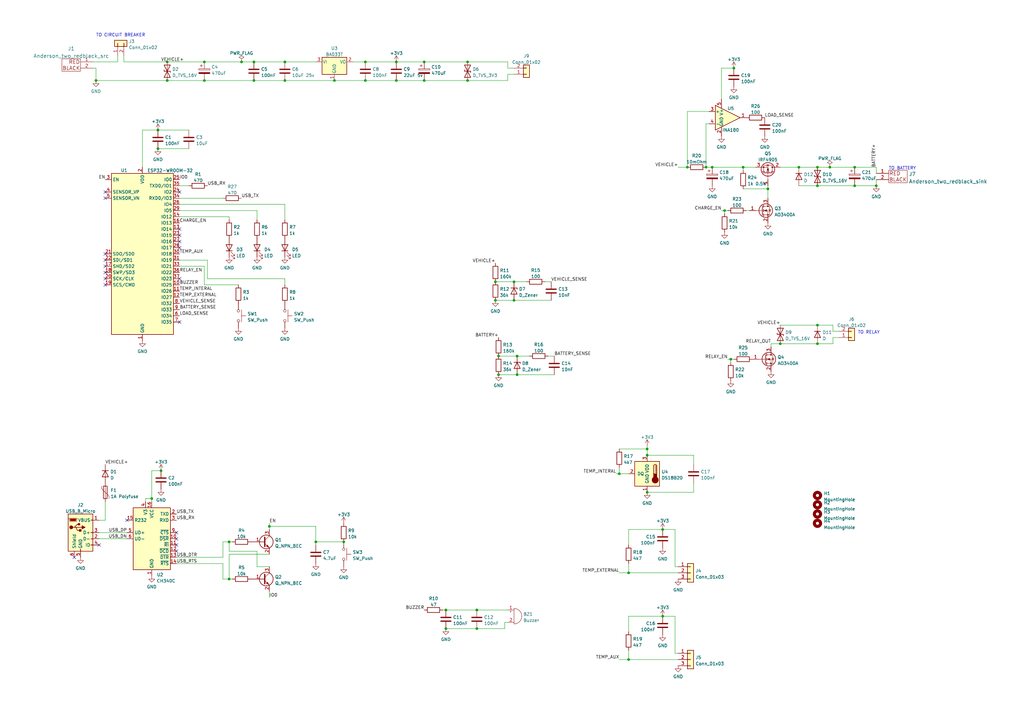
<source format=kicad_sch>
(kicad_sch (version 20211123) (generator eeschema)
  (paper "A3")
  (junction (at 182.88 250.19))
  (junction (at 212.09 146.05))
  (junction (at 359.41 76.2))
  (junction (at 350.52 68.58))
  (junction (at 210.82 123.19))
  (junction (at 116.84 25.4))
  (junction (at 335.28 76.2))
  (junction (at 182.88 257.81))
  (junction (at 129.54 222.25))
  (junction (at 191.77 33.02))
  (junction (at 204.47 153.67))
  (junction (at 281.94 68.58))
  (junction (at 257.81 270.51))
  (junction (at 204.47 146.05))
  (junction (at 320.04 140.97))
  (junction (at 203.2 115.57))
  (junction (at 68.58 25.4))
  (junction (at 254 194.31))
  (junction (at 335.28 133.35))
  (junction (at 110.49 215.9))
  (junction (at 62.23 204.47))
  (junction (at 335.28 68.58))
  (junction (at 327.66 68.58))
  (junction (at 64.77 53.34))
  (junction (at 173.99 25.4))
  (junction (at 104.14 33.02))
  (junction (at 271.78 252.73))
  (junction (at 304.8 68.58))
  (junction (at 162.56 25.4))
  (junction (at 340.36 68.58))
  (junction (at 289.56 68.58))
  (junction (at 210.82 115.57))
  (junction (at 173.99 33.02))
  (junction (at 99.06 25.4))
  (junction (at 212.09 153.67))
  (junction (at 257.81 234.95))
  (junction (at 93.98 222.25))
  (junction (at 93.98 237.49))
  (junction (at 83.82 33.02))
  (junction (at 300.99 27.94))
  (junction (at 195.58 250.19))
  (junction (at 297.18 86.36))
  (junction (at 64.77 60.96))
  (junction (at 104.14 25.4))
  (junction (at 39.37 33.02))
  (junction (at 116.84 33.02))
  (junction (at 203.2 123.19))
  (junction (at 350.52 76.2))
  (junction (at 195.58 257.81))
  (junction (at 140.97 222.25))
  (junction (at 271.78 217.17))
  (junction (at 68.58 33.02))
  (junction (at 335.28 140.97))
  (junction (at 292.1 68.58))
  (junction (at 299.72 147.32))
  (junction (at 83.82 25.4))
  (junction (at 149.86 33.02))
  (junction (at 265.43 186.69))
  (junction (at 137.16 33.02))
  (junction (at 265.43 184.15))
  (junction (at 191.77 25.4))
  (junction (at 149.86 25.4))
  (junction (at 265.43 201.93))
  (junction (at 162.56 33.02))
  (junction (at 66.04 193.04))
  (junction (at 314.96 77.47))
  (no_connect (at 73.66 93.98))
  (no_connect (at 73.66 96.52))
  (no_connect (at 43.18 106.68))
  (no_connect (at 43.18 78.74))
  (no_connect (at 43.18 111.76))
  (no_connect (at 73.66 78.74))
  (no_connect (at 43.18 104.14))
  (no_connect (at 43.18 114.3))
  (no_connect (at 73.66 101.6))
  (no_connect (at 43.18 109.22))
  (no_connect (at 73.66 114.3))
  (no_connect (at 73.66 132.08))
  (no_connect (at 73.66 99.06))
  (no_connect (at 43.18 81.28))
  (no_connect (at 43.18 116.84))
  (no_connect (at 72.39 226.06))
  (no_connect (at 40.64 223.52))
  (no_connect (at 72.39 218.44))
  (no_connect (at 72.39 223.52))
  (no_connect (at 52.07 213.36))
  (no_connect (at 30.48 228.6))
  (no_connect (at 72.39 220.98))
  (wire (pts (xy 350.52 68.58) (xy 359.41 68.58)))
  (wire (pts (xy 335.28 140.97) (xy 341.63 140.97)))
  (wire (pts (xy 359.41 68.58) (xy 359.41 71.12)))
  (wire (pts (xy 299.72 148.59) (xy 299.72 147.32)))
  (wire (pts (xy 210.82 123.19) (xy 226.06 123.19)))
  (wire (pts (xy 110.49 214.63) (xy 110.49 215.9)))
  (wire (pts (xy 104.14 33.02) (xy 116.84 33.02)))
  (wire (pts (xy 137.16 33.02) (xy 149.86 33.02)))
  (wire (pts (xy 212.09 146.05) (xy 217.17 146.05)))
  (wire (pts (xy 129.54 222.25) (xy 140.97 222.25)))
  (wire (pts (xy 85.09 114.3) (xy 116.84 114.3)))
  (wire (pts (xy 295.91 86.36) (xy 297.18 86.36)))
  (wire (pts (xy 295.91 27.94) (xy 300.99 27.94)))
  (wire (pts (xy 210.82 27.94) (xy 208.28 27.94)))
  (wire (pts (xy 83.82 33.02) (xy 104.14 33.02)))
  (wire (pts (xy 129.54 215.9) (xy 110.49 215.9)))
  (wire (pts (xy 208.28 27.94) (xy 208.28 25.4)))
  (wire (pts (xy 316.23 142.24) (xy 316.23 140.97)))
  (wire (pts (xy 208.28 30.48) (xy 210.82 30.48)))
  (wire (pts (xy 110.49 215.9) (xy 110.49 217.17)))
  (wire (pts (xy 210.82 115.57) (xy 215.9 115.57)))
  (wire (pts (xy 129.54 222.25) (xy 129.54 215.9)))
  (wire (pts (xy 304.8 68.58) (xy 309.88 68.58)))
  (wire (pts (xy 276.86 252.73) (xy 276.86 267.97)))
  (wire (pts (xy 110.49 227.33) (xy 93.98 227.33)))
  (wire (pts (xy 64.77 53.34) (xy 58.42 53.34)))
  (wire (pts (xy 40.64 218.44) (xy 52.07 218.44)))
  (wire (pts (xy 335.28 68.58) (xy 340.36 68.58)))
  (wire (pts (xy 73.66 106.68) (xy 85.09 106.68)))
  (wire (pts (xy 83.82 116.84) (xy 83.82 109.22)))
  (wire (pts (xy 195.58 257.81) (xy 182.88 257.81)))
  (wire (pts (xy 284.48 186.69) (xy 265.43 186.69)))
  (wire (pts (xy 64.77 53.34) (xy 77.47 53.34)))
  (wire (pts (xy 105.41 232.41) (xy 110.49 232.41)))
  (wire (pts (xy 62.23 193.04) (xy 62.23 204.47)))
  (wire (pts (xy 116.84 25.4) (xy 129.54 25.4)))
  (wire (pts (xy 149.86 33.02) (xy 162.56 33.02)))
  (wire (pts (xy 62.23 204.47) (xy 59.69 204.47)))
  (wire (pts (xy 116.84 33.02) (xy 137.16 33.02)))
  (wire (pts (xy 254 194.31) (xy 257.81 194.31)))
  (wire (pts (xy 289.56 50.8) (xy 290.83 50.8)))
  (wire (pts (xy 93.98 227.33) (xy 93.98 237.49)))
  (wire (pts (xy 95.25 237.49) (xy 93.98 237.49)))
  (wire (pts (xy 50.8 25.4) (xy 68.58 25.4)))
  (wire (pts (xy 304.8 68.58) (xy 304.8 69.85)))
  (wire (pts (xy 191.77 33.02) (xy 208.28 33.02)))
  (wire (pts (xy 344.17 135.89) (xy 341.63 135.89)))
  (wire (pts (xy 320.04 68.58) (xy 327.66 68.58)))
  (wire (pts (xy 327.66 76.2) (xy 335.28 76.2)))
  (wire (pts (xy 73.66 88.9) (xy 93.98 88.9)))
  (wire (pts (xy 39.37 33.02) (xy 68.58 33.02)))
  (wire (pts (xy 99.06 25.4) (xy 104.14 25.4)))
  (wire (pts (xy 73.66 76.2) (xy 77.47 76.2)))
  (wire (pts (xy 110.49 245.11) (xy 110.49 242.57)))
  (wire (pts (xy 68.58 33.02) (xy 83.82 33.02)))
  (wire (pts (xy 316.23 140.97) (xy 320.04 140.97)))
  (wire (pts (xy 116.84 90.17) (xy 116.84 83.82)))
  (wire (pts (xy 59.69 204.47) (xy 59.69 205.74)))
  (wire (pts (xy 173.99 25.4) (xy 191.77 25.4)))
  (wire (pts (xy 93.98 226.06) (xy 105.41 226.06)))
  (wire (pts (xy 257.81 266.7) (xy 257.81 270.51)))
  (wire (pts (xy 93.98 90.17) (xy 93.98 88.9)))
  (wire (pts (xy 207.01 255.27) (xy 207.01 257.81)))
  (wire (pts (xy 40.64 213.36) (xy 43.18 213.36)))
  (wire (pts (xy 276.86 252.73) (xy 271.78 252.73)))
  (wire (pts (xy 91.44 228.6) (xy 91.44 222.25)))
  (wire (pts (xy 257.81 231.14) (xy 257.81 234.95)))
  (wire (pts (xy 327.66 68.58) (xy 335.28 68.58)))
  (wire (pts (xy 104.14 25.4) (xy 116.84 25.4)))
  (wire (pts (xy 207.01 257.81) (xy 195.58 257.81)))
  (wire (pts (xy 38.1 27.94) (xy 39.37 27.94)))
  (wire (pts (xy 38.1 25.4) (xy 48.26 25.4)))
  (wire (pts (xy 295.91 40.64) (xy 295.91 27.94)))
  (wire (pts (xy 93.98 222.25) (xy 95.25 222.25)))
  (wire (pts (xy 359.41 73.66) (xy 359.41 76.2)))
  (wire (pts (xy 85.09 106.68) (xy 85.09 114.3)))
  (wire (pts (xy 257.81 217.17) (xy 271.78 217.17)))
  (wire (pts (xy 58.42 53.34) (xy 58.42 68.58)))
  (wire (pts (xy 276.86 217.17) (xy 271.78 217.17)))
  (wire (pts (xy 204.47 146.05) (xy 212.09 146.05)))
  (wire (pts (xy 208.28 33.02) (xy 208.28 30.48)))
  (wire (pts (xy 97.79 116.84) (xy 83.82 116.84)))
  (wire (pts (xy 340.36 68.58) (xy 350.52 68.58)))
  (wire (pts (xy 290.83 45.72) (xy 281.94 45.72)))
  (wire (pts (xy 149.86 25.4) (xy 162.56 25.4)))
  (wire (pts (xy 278.13 68.58) (xy 281.94 68.58)))
  (wire (pts (xy 195.58 250.19) (xy 208.28 250.19)))
  (wire (pts (xy 39.37 27.94) (xy 39.37 33.02)))
  (wire (pts (xy 105.41 90.17) (xy 105.41 86.36)))
  (wire (pts (xy 314.96 77.47) (xy 314.96 76.2)))
  (wire (pts (xy 203.2 115.57) (xy 210.82 115.57)))
  (wire (pts (xy 335.28 76.2) (xy 350.52 76.2)))
  (wire (pts (xy 306.07 86.36) (xy 307.34 86.36)))
  (wire (pts (xy 341.63 133.35) (xy 335.28 133.35)))
  (wire (pts (xy 212.09 153.67) (xy 227.33 153.67)))
  (wire (pts (xy 297.18 86.36) (xy 298.45 86.36)))
  (wire (pts (xy 224.79 146.05) (xy 227.33 146.05)))
  (wire (pts (xy 276.86 217.17) (xy 276.86 232.41)))
  (wire (pts (xy 105.41 86.36) (xy 73.66 86.36)))
  (wire (pts (xy 181.61 250.19) (xy 182.88 250.19)))
  (wire (pts (xy 64.77 60.96) (xy 77.47 60.96)))
  (wire (pts (xy 344.17 138.43) (xy 341.63 138.43)))
  (wire (pts (xy 66.04 193.04) (xy 62.23 193.04)))
  (wire (pts (xy 254 191.77) (xy 254 194.31)))
  (wire (pts (xy 265.43 184.15) (xy 265.43 186.69)))
  (wire (pts (xy 265.43 201.93) (xy 284.48 201.93)))
  (wire (pts (xy 284.48 198.12) (xy 284.48 201.93)))
  (wire (pts (xy 341.63 135.89) (xy 341.63 133.35)))
  (wire (pts (xy 276.86 232.41) (xy 278.13 232.41)))
  (wire (pts (xy 254 234.95) (xy 257.81 234.95)))
  (wire (pts (xy 93.98 222.25) (xy 93.98 226.06)))
  (wire (pts (xy 50.8 22.86) (xy 50.8 25.4)))
  (wire (pts (xy 93.98 237.49) (xy 91.44 237.49)))
  (wire (pts (xy 116.84 114.3) (xy 116.84 116.84)))
  (wire (pts (xy 162.56 25.4) (xy 173.99 25.4)))
  (wire (pts (xy 320.04 140.97) (xy 335.28 140.97)))
  (wire (pts (xy 257.81 270.51) (xy 278.13 270.51)))
  (wire (pts (xy 83.82 109.22) (xy 73.66 109.22)))
  (wire (pts (xy 203.2 123.19) (xy 210.82 123.19)))
  (wire (pts (xy 292.1 68.58) (xy 289.56 68.58)))
  (wire (pts (xy 144.78 25.4) (xy 149.86 25.4)))
  (wire (pts (xy 173.99 33.02) (xy 191.77 33.02)))
  (wire (pts (xy 40.64 220.98) (xy 52.07 220.98)))
  (wire (pts (xy 341.63 138.43) (xy 341.63 140.97)))
  (wire (pts (xy 304.8 77.47) (xy 314.96 77.47)))
  (wire (pts (xy 162.56 33.02) (xy 173.99 33.02)))
  (wire (pts (xy 252.73 194.31) (xy 254 194.31)))
  (wire (pts (xy 297.18 86.36) (xy 297.18 87.63)))
  (wire (pts (xy 292.1 68.58) (xy 304.8 68.58)))
  (wire (pts (xy 208.28 255.27) (xy 207.01 255.27)))
  (wire (pts (xy 83.82 25.4) (xy 99.06 25.4)))
  (wire (pts (xy 254 184.15) (xy 265.43 184.15)))
  (wire (pts (xy 314.96 77.47) (xy 314.96 81.28)))
  (wire (pts (xy 48.26 22.86) (xy 48.26 25.4)))
  (wire (pts (xy 281.94 45.72) (xy 281.94 68.58)))
  (wire (pts (xy 204.47 153.67) (xy 212.09 153.67)))
  (wire (pts (xy 254 270.51) (xy 257.81 270.51)))
  (wire (pts (xy 320.04 133.35) (xy 335.28 133.35)))
  (wire (pts (xy 62.23 204.47) (xy 62.23 205.74)))
  (wire (pts (xy 72.39 228.6) (xy 91.44 228.6)))
  (wire (pts (xy 350.52 76.2) (xy 359.41 76.2)))
  (wire (pts (xy 257.81 223.52) (xy 257.81 217.17)))
  (wire (pts (xy 43.18 205.74) (xy 43.18 213.36)))
  (wire (pts (xy 68.58 25.4) (xy 83.82 25.4)))
  (wire (pts (xy 265.43 182.88) (xy 265.43 184.15)))
  (wire (pts (xy 191.77 25.4) (xy 208.28 25.4)))
  (wire (pts (xy 182.88 250.19) (xy 195.58 250.19)))
  (wire (pts (xy 289.56 68.58) (xy 289.56 50.8)))
  (wire (pts (xy 105.41 226.06) (xy 105.41 232.41)))
  (wire (pts (xy 257.81 259.08) (xy 257.81 252.73)))
  (wire (pts (xy 257.81 234.95) (xy 278.13 234.95)))
  (wire (pts (xy 284.48 190.5) (xy 284.48 186.69)))
  (wire (pts (xy 129.54 223.52) (xy 129.54 222.25)))
  (wire (pts (xy 91.44 237.49) (xy 91.44 231.14)))
  (wire (pts (xy 72.39 231.14) (xy 91.44 231.14)))
  (wire (pts (xy 299.72 147.32) (xy 300.99 147.32)))
  (wire (pts (xy 298.45 147.32) (xy 299.72 147.32)))
  (wire (pts (xy 116.84 83.82) (xy 73.66 83.82)))
  (wire (pts (xy 223.52 115.57) (xy 226.06 115.57)))
  (wire (pts (xy 276.86 267.97) (xy 278.13 267.97)))
  (wire (pts (xy 73.66 81.28) (xy 91.44 81.28)))
  (wire (pts (xy 257.81 252.73) (xy 271.78 252.73)))
  (wire (pts (xy 91.44 222.25) (xy 93.98 222.25)))
  (text "TO RELAY" (at 351.79 137.16 0) (effects (font (size 1.27 1.27)) (justify left bottom)))
  (text "TO BATTERY" (at 364.49 69.85 0) (effects (font (size 1.27 1.27)) (justify left bottom)))
  (text "TO CIRCUIT BREAKER" (at 39.37 15.24 0) (effects (font (size 1.27 1.27)) (justify left bottom)))
  (label "VEHICLE+" (at 43.18 190.5 0))
  (label "USB_RX" (at 85.09 76.2 0))
  (label "LOAD_SENSE" (at 73.66 129.54 0))
  (label "VEHICLE+" (at 320.04 133.35 180))
  (label "TEMP_INTERAL" (at 252.73 194.31 180))
  (label "LOAD_SENSE" (at 313.69 48.26 0))
  (label "USB_DTR" (at 72.39 228.6 0))
  (label "USB_TX" (at 72.39 210.82 0))
  (label "USB_DP" (at 52.07 218.44 180))
  (label "USB_TX" (at 99.06 81.28 0))
  (label "RELAY_OUT" (at 316.23 140.97 180))
  (label "BUZZER" (at 73.66 116.84 0))
  (label "IO0" (at 110.49 245.11 0))
  (label "VEHICLE+" (at 66.04 25.4 0))
  (label "TEMP_AUX" (at 254 270.51 180))
  (label "CHARGE_EN" (at 73.66 91.44 0))
  (label "VEHICLE_SENSE" (at 226.06 115.57 0))
  (label "EN" (at 43.18 73.66 180))
  (label "BATTERY_SENSE" (at 227.33 146.05 0))
  (label "EN" (at 110.49 214.63 0))
  (label "BATTERY+" (at 359.41 68.58 90))
  (label "IO0" (at 73.66 73.66 0))
  (label "VEHICLE_SENSE" (at 73.66 124.46 0))
  (label "VEHICLE+" (at 278.13 68.58 180))
  (label "BATTERY+" (at 204.47 138.43 180))
  (label "USB_RX" (at 72.39 213.36 0))
  (label "TEMP_INTERAL" (at 73.66 119.38 0))
  (label "VEHICLE+" (at 203.2 107.95 180))
  (label "BATTERY_SENSE" (at 73.66 127 0))
  (label "RELAY_EN" (at 298.45 147.32 180))
  (label "TEMP_EXTERNAL" (at 254 234.95 180))
  (label "TEMP_AUX" (at 73.66 104.14 0))
  (label "RELAY_EN" (at 73.66 111.76 0))
  (label "USB_RTS" (at 72.39 231.14 0))
  (label "BUZZER" (at 173.99 250.19 180))
  (label "TEMP_EXTERNAL" (at 73.66 121.92 0))
  (label "CHARGE_EN" (at 295.91 86.36 180))
  (label "USB_DN" (at 52.07 220.98 180))
  (symbol (lib_id "Device:R") (at 204.47 149.86 0) (unit 1)
    (property "Reference" "R14" (at 206.248 149.0253 0) (effects (justify left)))
    (property "Value" "36k" (at 206.248 151.5622 0) (effects (justify left)))
    (property "Footprint" "Resistor_SMD:R_0603_1608Metric" (effects hide))
    (property "LCSC" "C23147" (effects hide))
  )
  (symbol (lib_id "Device:C") (at 149.86 29.21 0) (unit 1)
    (property "Reference" "C8" (at 152.781 28.3753 0) (effects (justify left)))
    (property "Value" "100nF" (at 152.781 30.9122 0) (effects (justify left)))
    (property "Footprint" "Capacitor_SMD:C_0402_1005Metric" (effects hide))
    (property "LCSC" "C307331" (effects hide))
  )
  (symbol (lib_id "power:GND") (at 58.42 139.7 0) (unit 1)
    (property "Reference" "#PWR03" (effects hide))
    (property "Value" "GND" (at 58.42 144.1434 0))
  )
  (symbol (lib_id "Transistor_FET:AO3400A") (at 312.42 86.36 0) (unit 1)
    (property "Reference" "Q3" (at 317.627 85.5253 0) (effects (justify left)))
    (property "Value" "AO3400A" (at 317.627 88.0622 0) (effects (justify left)))
    (property "Footprint" "Package_TO_SOT_SMD:SOT-23" (effects hide))
    (property "Datasheet" "http://www.aosmd.com/pdfs/datasheet/AO3400A.pdf" (effects hide))
    (property "LCSC" "C20917" (effects hide))
  )
  (symbol (lib_id "Device:R") (at 304.8 147.32 90) (unit 1)
    (property "Reference" "R25" (at 304.8 142.6042 90))
    (property "Value" "100" (at 304.8 145.1411 90))
    (property "Footprint" "Resistor_SMD:R_0402_1005Metric" (effects hide))
    (property "LCSC" "C25076" (effects hide))
  )
  (symbol (lib_id "Device:C") (at 116.84 29.21 0) (unit 1)
    (property "Reference" "C6" (at 119.761 28.3753 0) (effects (justify left)))
    (property "Value" "10uF 25v" (at 119.761 30.9122 0) (effects (justify left)))
    (property "Footprint" "Capacitor_SMD:C_0805_2012Metric" (effects hide))
    (property "LCSC" "C440198" (effects hide))
  )
  (symbol (lib_id "power:GND") (at 204.47 153.67 0) (unit 1)
    (property "Reference" "#PWR020" (effects hide))
    (property "Value" "GND" (at 204.47 158.1134 0))
  )
  (symbol (lib_id "Device:C") (at 195.58 254 0) (unit 1)
    (property "Reference" "C12" (at 198.501 253.1653 0) (effects (justify left)))
    (property "Value" "100nF" (at 198.501 255.7022 0) (effects (justify left)))
    (property "Footprint" "Capacitor_SMD:C_0402_1005Metric" (effects hide))
    (property "LCSC" "C307331" (effects hide))
  )
  (symbol (lib_id "power:GND") (at 116.84 105.41 0) (unit 1)
    (property "Reference" "#PWR012" (effects hide))
    (property "Value" "GND" (at 116.84 109.8534 0))
  )
  (symbol (lib_id "power:GND") (at 316.23 152.4 0) (unit 1)
    (property "Reference" "#PWR037" (effects hide))
    (property "Value" "GND" (at 316.23 156.8434 0))
  )
  (symbol (lib_id "Connector_Generic:Conn_01x02") (at 349.25 138.43 0) (mirror x) (unit 1)
    (property "Reference" "J6" (at 349.25 130.9202 0))
    (property "Value" "Conn_01x02" (at 349.25 133.4571 0))
    (property "Footprint" "Homebrew:MiniPV_76384-X02XX_1x02_P2.54mm_Vertical" (effects hide))
  )
  (symbol (lib_id "Homebrew:BA033T") (at 137.16 25.4 0) (unit 1)
    (property "Reference" "U3" (at 137.16 19.7952 0))
    (property "Value" "BA033T" (at 137.16 22.3321 0))
    (property "Footprint" "Package_TO_SOT_THT:TO-220-3_Vertical" (effects hide))
    (property "Datasheet" "https://media.digikey.com/pdf/Data%20Sheets/Rohm%20PDFs/BAOOT,FP%20Series.pdf" (effects hide))
    (property "MPN" "BA033T" (effects hide))
  )
  (symbol (lib_id "Device:C") (at 66.04 196.85 180) (unit 1)
    (property "Reference" "C2" (at 68.961 196.0153 0) (effects (justify right)))
    (property "Value" "100nF" (at 68.961 198.5522 0) (effects (justify right)))
    (property "Footprint" "Capacitor_SMD:C_0402_1005Metric" (effects hide))
    (property "LCSC" "C307331" (effects hide))
  )
  (symbol (lib_id "power:GND") (at 129.54 231.14 0) (unit 1)
    (property "Reference" "#PWR014" (effects hide))
    (property "Value" "GND" (at 129.54 235.5834 0))
  )
  (symbol (lib_id "power:+3V3") (at 66.04 193.04 0) (unit 1)
    (property "Reference" "#PWR07" (effects hide))
    (property "Value" "+3V3" (at 66.04 189.4642 0))
  )
  (symbol (lib_id "power:GND") (at 295.91 55.88 0) (unit 1)
    (property "Reference" "#PWR030" (effects hide))
    (property "Value" "GND" (at 295.91 60.3234 0))
  )
  (symbol (lib_id "power:GND") (at 105.41 105.41 0) (unit 1)
    (property "Reference" "#PWR011" (effects hide))
    (property "Value" "GND" (at 105.41 109.8534 0))
  )
  (symbol (lib_id "power:PWR_FLAG") (at 99.06 25.4 0) (unit 1)
    (property "Reference" "#FLG01" (effects hide))
    (property "Value" "PWR_FLAG" (at 99.06 21.8242 0))
  )
  (symbol (lib_id "power:GND") (at 271.78 224.79 0) (mirror y) (unit 1)
    (property "Reference" "#PWR024" (effects hide))
    (property "Value" "GND" (at 271.78 229.2334 0))
  )
  (symbol (lib_id "Connector_Generic:Conn_01x02") (at 48.26 17.78 90) (unit 1)
    (property "Reference" "J3" (at 52.832 16.9453 90) (effects (justify right)))
    (property "Value" "Conn_01x02" (at 52.832 19.4822 90) (effects (justify right)))
    (property "Footprint" "Homebrew:SolderWire-12AWG_1x02" (effects hide))
    (property "MPN" "W51-A152A1-15" (effects hide))
  )
  (symbol (lib_id "Device:C") (at 129.54 227.33 0) (unit 1)
    (property "Reference" "C7" (at 132.461 226.4953 0) (effects (justify left)))
    (property "Value" "4.7uF" (at 132.461 229.0322 0) (effects (justify left)))
    (property "Footprint" "Capacitor_SMD:C_0402_1005Metric" (effects hide))
    (property "LCSC" "C23733" (effects hide))
  )
  (symbol (lib_id "Device:D") (at 327.66 72.39 270) (unit 1)
    (property "Reference" "D12" (at 329.692 71.5553 90) (effects (justify left)))
    (property "Value" "D" (at 329.692 74.0922 90) (effects (justify left)))
    (property "Footprint" "Diode_SMD:D_SOD-323" (effects hide))
    (property "LCSC" "C191023" (effects hide))
  )
  (symbol (lib_id "Device:R") (at 204.47 142.24 0) (unit 1)
    (property "Reference" "R13" (at 206.248 141.4053 0) (effects (justify left)))
    (property "Value" "160k" (at 206.248 143.9422 0) (effects (justify left)))
    (property "Footprint" "Resistor_SMD:R_0603_1608Metric" (effects hide))
    (property "LCSC" "C22813" (effects hide))
  )
  (symbol (lib_id "Connector_Generic:Conn_01x03") (at 283.21 270.51 0) (unit 1)
    (property "Reference" "J5" (at 285.242 269.6753 0) (effects (justify left)))
    (property "Value" "Conn_01x03" (at 285.242 272.2122 0) (effects (justify left)))
    (property "Footprint" "Homebrew:MiniPV_69167-X03XXX_1x03_P2.54mm_Polarized_Vertical" (effects hide))
  )
  (symbol (lib_id "Device:C") (at 64.77 57.15 0) (unit 1)
    (property "Reference" "C1" (at 67.691 56.3153 0) (effects (justify left)))
    (property "Value" "100nF" (at 67.691 58.8522 0) (effects (justify left)))
    (property "Footprint" "Capacitor_SMD:C_0402_1005Metric" (effects hide))
    (property "LCSC" "C307331" (effects hide))
  )
  (symbol (lib_id "power:GND") (at 278.13 237.49 0) (unit 1)
    (property "Reference" "#PWR027" (effects hide))
    (property "Value" "GND" (at 278.13 241.9334 0))
  )
  (symbol (lib_id "Device:C") (at 313.69 52.07 0) (unit 1)
    (property "Reference" "C20" (at 316.611 51.2353 0) (effects (justify left)))
    (property "Value" "100nF" (at 316.611 53.7722 0) (effects (justify left)))
    (property "Footprint" "Capacitor_SMD:C_0402_1005Metric" (effects hide))
    (property "LCSC" "C307331" (effects hide))
  )
  (symbol (lib_id "Device:C") (at 182.88 254 0) (unit 1)
    (property "Reference" "C11" (at 185.801 253.1653 0) (effects (justify left)))
    (property "Value" "100nF" (at 185.801 255.7022 0) (effects (justify left)))
    (property "Footprint" "Capacitor_SMD:C_0402_1005Metric" (effects hide))
    (property "LCSC" "C307331" (effects hide))
  )
  (symbol (lib_id "Mechanical:MountingHole") (at 335.28 210.82 0) (unit 1)
    (property "Reference" "H3" (at 337.82 209.9853 0) (effects (justify left)))
    (property "Value" "MountingHole" (at 337.82 212.5222 0) (effects (justify left)))
    (property "Footprint" "MountingHole:MountingHole_3.2mm_M3" (effects hide))
  )
  (symbol (lib_id "Device:C") (at 271.78 256.54 0) (mirror y) (unit 1)
    (property "Reference" "C16" (at 268.859 255.7053 0) (effects (justify left)))
    (property "Value" "100nF" (at 268.859 258.2422 0) (effects (justify left)))
    (property "Footprint" "Capacitor_SMD:C_0402_1005Metric" (effects hide))
    (property "LCSC" "C307331" (effects hide))
  )
  (symbol (lib_id "Device:C") (at 300.99 31.75 0) (unit 1)
    (property "Reference" "C19" (at 303.911 30.9153 0) (effects (justify left)))
    (property "Value" "100nF" (at 303.911 33.4522 0) (effects (justify left)))
    (property "Footprint" "Capacitor_SMD:C_0402_1005Metric" (effects hide))
    (property "LCSC" "C307331" (effects hide))
  )
  (symbol (lib_id "Device:R") (at 254 187.96 0) (unit 1)
    (property "Reference" "R17" (at 255.778 187.1253 0) (effects (justify left)))
    (property "Value" "4k7" (at 255.778 189.6622 0) (effects (justify left)))
    (property "Footprint" "Resistor_SMD:R_0402_1005Metric" (effects hide))
    (property "LCSC" "C25900" (effects hide))
  )
  (symbol (lib_id "Switch:SW_Push") (at 116.84 129.54 270) (unit 1)
    (property "Reference" "SW2" (at 120.523 128.7053 90) (effects (justify left)))
    (property "Value" "SW_Push" (at 120.523 131.2422 90) (effects (justify left)))
    (property "Footprint" "Homebrew:SW_TACTILE_5.1MM_TS-1187A-C-D-B" (effects hide))
    (property "LCSC" "C318884" (effects hide))
  )
  (symbol (lib_id "power:+3V3") (at 300.99 27.94 0) (unit 1)
    (property "Reference" "#PWR033" (effects hide))
    (property "Value" "+3V3" (at 300.99 24.3642 0))
  )
  (symbol (lib_id "Device:D_TVS") (at 191.77 29.21 90) (unit 1)
    (property "Reference" "D6" (at 193.802 28.3753 90) (effects (justify right)))
    (property "Value" "D_TVS_3V3" (at 193.802 30.9122 90) (effects (justify right)))
    (property "Footprint" "Diode_SMD:D_SMB" (effects hide))
    (property "MPN" "SMBJ4CA" (effects hide))
  )
  (symbol (lib_id "Device:D_TVS") (at 68.58 29.21 90) (unit 1)
    (property "Reference" "D2" (at 70.612 28.3753 90) (effects (justify right)))
    (property "Value" "D_TVS_16V" (at 70.612 30.9122 90) (effects (justify right)))
    (property "Footprint" "Diode_SMD:D_SMB" (effects hide))
    (property "MPN" "SMBJ16CA" (effects hide))
  )
  (symbol (lib_id "Device:C") (at 226.06 119.38 0) (unit 1)
    (property "Reference" "C13" (at 228.981 118.5453 0) (effects (justify left)))
    (property "Value" "10nF" (at 228.981 121.0822 0) (effects (justify left)))
    (property "Footprint" "Capacitor_SMD:C_0402_1005Metric" (effects hide))
    (property "LCSC" "C15195" (effects hide))
  )
  (symbol (lib_id "Device:R") (at 257.81 262.89 0) (unit 1)
    (property "Reference" "R19" (at 259.588 262.0553 0) (effects (justify left)))
    (property "Value" "4k7" (at 259.588 264.5922 0) (effects (justify left)))
    (property "Footprint" "Resistor_SMD:R_0402_1005Metric" (effects hide))
    (property "LCSC" "C25900" (effects hide))
  )
  (symbol (lib_id "Device:LED") (at 93.98 101.6 90) (unit 1)
    (property "Reference" "D3" (at 96.901 102.3528 90) (effects (justify right)))
    (property "Value" "LED" (at 96.901 104.8897 90) (effects (justify right)))
    (property "Footprint" "LED_SMD:LED_0603_1608Metric" (effects hide))
    (property "LCSC" "C2286" (effects hide))
  )
  (symbol (lib_id "Device:R") (at 93.98 93.98 180) (unit 1)
    (property "Reference" "R2" (at 95.758 93.1453 0) (effects (justify right)))
    (property "Value" "1k" (at 95.758 95.6822 0) (effects (justify right)))
    (property "Footprint" "Resistor_SMD:R_0402_1005Metric" (effects hide))
    (property "LCSC" "C11702" (effects hide))
  )
  (symbol (lib_id "Device:C") (at 284.48 194.31 0) (unit 1)
    (property "Reference" "C17" (at 287.401 193.4753 0) (effects (justify left)))
    (property "Value" "100nF" (at 287.401 196.0122 0) (effects (justify left)))
    (property "Footprint" "Capacitor_SMD:C_0402_1005Metric" (effects hide))
    (property "LCSC" "C307331" (effects hide))
  )
  (symbol (lib_id "Device:R") (at 304.8 73.66 180) (unit 1)
    (property "Reference" "R24" (at 306.578 72.8253 0) (effects (justify right)))
    (property "Value" "1k 0.5W" (at 306.578 75.3622 0) (effects (justify right)))
    (property "Footprint" "Resistor_SMD:R_2512_6332Metric_Pad1.40x3.35mm_HandSolder" (effects hide))
    (property "MPN" "CRM2512-JW-102ELF" (effects hide))
  )
  (symbol (lib_id "Device:Q_NPN_BEC") (at 107.95 222.25 0) (unit 1)
    (property "Reference" "Q1" (at 112.8014 221.4153 0) (effects (justify left)))
    (property "Value" "Q_NPN_BEC" (at 112.8014 223.9522 0) (effects (justify left)))
    (property "Footprint" "Package_TO_SOT_SMD:SOT-23" (effects hide))
    (property "LCSC" "C2150" (effects hide))
  )
  (symbol (lib_id "Device:R") (at 105.41 93.98 180) (unit 1)
    (property "Reference" "R6" (at 107.188 93.1453 0) (effects (justify right)))
    (property "Value" "1k" (at 107.188 95.6822 0) (effects (justify right)))
    (property "Footprint" "Resistor_SMD:R_0402_1005Metric" (effects hide))
    (property "LCSC" "C11702" (effects hide))
  )
  (symbol (lib_id "Device:R") (at 219.71 115.57 90) (unit 1)
    (property "Reference" "R15" (at 219.71 110.8542 90))
    (property "Value" "100" (at 219.71 113.3911 90))
    (property "Footprint" "Resistor_SMD:R_0402_1005Metric" (effects hide))
    (property "LCSC" "C25076" (effects hide))
  )
  (symbol (lib_id "power:GND") (at 278.13 273.05 0) (unit 1)
    (property "Reference" "#PWR028" (effects hide))
    (property "Value" "GND" (at 278.13 277.4934 0))
  )
  (symbol (lib_id "Amplifier_Current:INA180") (at 298.45 48.26 0) (unit 1)
    (property "Reference" "U5" (at 299.72 44.45 0))
    (property "Value" "INA180" (at 299.72 53.34 0))
    (property "Footprint" "Package_TO_SOT_SMD:SOT-23-5" (effects hide))
    (property "Datasheet" "http://www.ti.com/lit/ds/symlink/ina180.pdf" (effects hide))
    (property "LCSC" "C192764" (effects hide))
    (property "MPN" "INA180A1IDBVR" (effects hide))
  )
  (symbol (lib_id "Device:C_Polarized") (at 292.1 72.39 0) (unit 1)
    (property "Reference" "C18" (at 295.021 70.6663 0) (effects (justify left)))
    (property "Value" "470uF" (at 295.021 73.2032 0) (effects (justify left)))
    (property "Footprint" "Capacitor_THT:CP_Radial_D10.0mm_P5.00mm" (effects hide))
  )
  (symbol (lib_id "Device:R") (at 309.88 48.26 90) (unit 1)
    (property "Reference" "R26" (at 309.88 43.5442 90))
    (property "Value" "100" (at 309.88 46.0811 90))
    (property "Footprint" "Resistor_SMD:R_0402_1005Metric" (effects hide))
    (property "LCSC" "C25076" (effects hide))
  )
  (symbol (lib_id "power:GND") (at 292.1 76.2 0) (unit 1)
    (property "Reference" "#PWR029" (effects hide))
    (property "Value" "GND" (at 292.1 80.6434 0))
  )
  (symbol (lib_id "power:PWR_FLAG") (at 340.36 68.58 0) (unit 1)
    (property "Reference" "#FLG02" (effects hide))
    (property "Value" "PWR_FLAG" (at 340.36 65.0042 0))
  )
  (symbol (lib_id "Homebrew:Anderson_two_redblack_src") (at 29.21 26.67 0) (mirror y) (unit 1)
    (property "Reference" "J1" (at 29.21 19.9462 0) (effects (font (size 1.524 1.524))))
    (property "Value" "Anderson_two_redblack_src" (at 29.21 22.9396 0) (effects (font (size 1.524 1.524))))
    (property "Footprint" "Homebrew:Anderson_1336G1_right_angle_bottom_two" (effects hide))
  )
  (symbol (lib_id "Device:R") (at 302.26 86.36 90) (unit 1)
    (property "Reference" "R23" (at 302.26 81.6442 90))
    (property "Value" "100" (at 302.26 84.1811 90))
    (property "Footprint" "Resistor_SMD:R_0402_1005Metric" (effects hide))
    (property "LCSC" "C25076" (effects hide))
  )
  (symbol (lib_id "Mechanical:MountingHole") (at 335.28 203.2 0) (unit 1)
    (property "Reference" "H1" (at 337.82 202.3653 0) (effects (justify left)))
    (property "Value" "MountingHole" (at 337.82 204.9022 0) (effects (justify left)))
    (property "Footprint" "MountingHole:MountingHole_3.2mm_M3" (effects hide))
  )
  (symbol (lib_id "Device:R") (at 203.2 119.38 0) (unit 1)
    (property "Reference" "R12" (at 204.978 118.5453 0) (effects (justify left)))
    (property "Value" "36k" (at 204.978 121.0822 0) (effects (justify left)))
    (property "Footprint" "Resistor_SMD:R_0603_1608Metric" (effects hide))
    (property "LCSC" "C23147" (effects hide))
  )
  (symbol (lib_id "Device:C") (at 162.56 29.21 0) (unit 1)
    (property "Reference" "C9" (at 165.481 28.3753 0) (effects (justify left)))
    (property "Value" "22uF 5v" (at 165.481 30.9122 0) (effects (justify left)))
    (property "Footprint" "Capacitor_SMD:C_1206_3216Metric" (effects hide))
    (property "LCSC" "C12891" (effects hide))
  )
  (symbol (lib_id "power:GND") (at 314.96 91.44 0) (unit 1)
    (property "Reference" "#PWR036" (effects hide))
    (property "Value" "GND" (at 314.96 95.8834 0))
  )
  (symbol (lib_id "power:GND") (at 140.97 232.41 0) (unit 1)
    (property "Reference" "#PWR016" (effects hide))
    (property "Value" "GND" (at 140.97 236.8534 0))
  )
  (symbol (lib_id "power:GND") (at 39.37 33.02 0) (unit 1)
    (property "Reference" "#PWR02" (effects hide))
    (property "Value" "GND" (at 39.37 37.4634 0))
  )
  (symbol (lib_id "power:+3V3") (at 162.56 25.4 0) (unit 1)
    (property "Reference" "#PWR017" (effects hide))
    (property "Value" "+3V3" (at 162.56 21.8242 0))
  )
  (symbol (lib_id "power:GND") (at 62.23 236.22 0) (unit 1)
    (property "Reference" "#PWR04" (effects hide))
    (property "Value" "GND" (at 62.23 240.6634 0))
  )
  (symbol (lib_id "Device:R") (at 95.25 81.28 90) (unit 1)
    (property "Reference" "R27" (at 95.25 76.5642 90))
    (property "Value" "470" (at 95.25 79.1011 90))
    (property "Footprint" "Resistor_SMD:R_0402_1005Metric" (effects hide))
    (property "LCSC" "C25117" (effects hide))
  )
  (symbol (lib_id "power:GND") (at 297.18 95.25 0) (unit 1)
    (property "Reference" "#PWR031" (effects hide))
    (property "Value" "GND" (at 297.18 99.6934 0))
  )
  (symbol (lib_id "power:GND") (at 182.88 257.81 0) (unit 1)
    (property "Reference" "#PWR018" (effects hide))
    (property "Value" "GND" (at 182.88 262.2534 0))
  )
  (symbol (lib_id "Device:R") (at 81.28 76.2 90) (unit 1)
    (property "Reference" "R1" (at 81.28 71.4842 90))
    (property "Value" "470" (at 81.28 74.0211 90))
    (property "Footprint" "Resistor_SMD:R_0402_1005Metric" (effects hide))
    (property "LCSC" "C25117" (effects hide))
  )
  (symbol (lib_id "power:GND") (at 66.04 200.66 0) (unit 1)
    (property "Reference" "#PWR08" (effects hide))
    (property "Value" "GND" (at 66.04 205.1034 0))
  )
  (symbol (lib_id "Device:LED") (at 105.41 101.6 90) (unit 1)
    (property "Reference" "D4" (at 108.331 102.3528 90) (effects (justify right)))
    (property "Value" "LED" (at 108.331 104.8897 90) (effects (justify right)))
    (property "Footprint" "LED_SMD:LED_0603_1608Metric" (effects hide))
    (property "LCSC" "C2286" (effects hide))
  )
  (symbol (lib_id "Device:C") (at 271.78 220.98 0) (mirror y) (unit 1)
    (property "Reference" "C15" (at 268.859 220.1453 0) (effects (justify left)))
    (property "Value" "100nF" (at 268.859 222.6822 0) (effects (justify left)))
    (property "Footprint" "Capacitor_SMD:C_0402_1005Metric" (effects hide))
    (property "LCSC" "C307331" (effects hide))
  )
  (symbol (lib_id "Device:R") (at 257.81 227.33 0) (unit 1)
    (property "Reference" "R18" (at 259.588 226.4953 0) (effects (justify left)))
    (property "Value" "4k7" (at 259.588 229.0322 0) (effects (justify left)))
    (property "Footprint" "Resistor_SMD:R_0402_1005Metric" (effects hide))
    (property "LCSC" "C25900" (effects hide))
  )
  (symbol (lib_id "Device:R") (at 203.2 111.76 0) (unit 1)
    (property "Reference" "R11" (at 204.978 110.9253 0) (effects (justify left)))
    (property "Value" "160k" (at 204.978 113.4622 0) (effects (justify left)))
    (property "Footprint" "Resistor_SMD:R_0603_1608Metric" (effects hide))
    (property "LCSC" "C22813" (effects hide))
  )
  (symbol (lib_id "Mechanical:MountingHole") (at 335.28 214.63 0) (unit 1)
    (property "Reference" "H4" (at 337.82 213.7953 0) (effects (justify left)))
    (property "Value" "MountingHole" (at 337.82 216.3322 0) (effects (justify left)))
    (property "Footprint" "MountingHole:MountingHole_3.2mm_M3" (effects hide))
  )
  (symbol (lib_id "power:GND") (at 97.79 134.62 0) (unit 1)
    (property "Reference" "#PWR010" (effects hide))
    (property "Value" "GND" (at 97.79 139.0634 0))
  )
  (symbol (lib_id "Device:LED") (at 116.84 101.6 90) (unit 1)
    (property "Reference" "D5" (at 119.761 102.3528 90) (effects (justify right)))
    (property "Value" "LED" (at 119.761 104.8897 90) (effects (justify right)))
    (property "Footprint" "LED_SMD:LED_0603_1608Metric" (effects hide))
    (property "LCSC" "C2286" (effects hide))
  )
  (symbol (lib_id "Interface_USB:CH340C") (at 62.23 220.98 0) (unit 1)
    (property "Reference" "U2" (at 64.2494 235.7104 0) (effects (justify left)))
    (property "Value" "CH340C" (at 64.2494 238.2473 0) (effects (justify left)))
    (property "Footprint" "Package_SO:SOIC-16_3.9x9.9mm_P1.27mm" (effects hide))
    (property "Datasheet" "https://datasheet.lcsc.com/szlcsc/Jiangsu-Qin-Heng-CH340C_C84681.pdf" (effects hide))
    (property "LCSC" "C84681" (effects hide))
  )
  (symbol (lib_id "power:GND") (at 116.84 134.62 0) (unit 1)
    (property "Reference" "#PWR013" (effects hide))
    (property "Value" "GND" (at 116.84 139.0634 0))
  )
  (symbol (lib_id "Device:D_TVS") (at 320.04 137.16 270) (unit 1)
    (property "Reference" "D9" (at 322.072 136.3253 90) (effects (justify left)))
    (property "Value" "D_TVS_16V" (at 322.072 138.8622 90) (effects (justify left)))
    (property "Footprint" "Diode_SMD:D_SMB" (effects hide))
    (property "MPN" "SMBJ16CA" (effects hide))
  )
  (symbol (lib_id "Device:C_Polarized") (at 350.52 72.39 0) (unit 1)
    (property "Reference" "C21" (at 353.441 70.6663 0) (effects (justify left)))
    (property "Value" "470uF" (at 353.441 73.2032 0) (effects (justify left)))
    (property "Footprint" "Capacitor_THT:CP_Radial_D10.0mm_P5.00mm" (effects hide))
  )
  (symbol (lib_id "Device:C") (at 227.33 149.86 0) (unit 1)
    (property "Reference" "C14" (at 230.251 149.0253 0) (effects (justify left)))
    (property "Value" "10nF" (at 230.251 151.5622 0) (effects (justify left)))
    (property "Footprint" "Capacitor_SMD:C_0402_1005Metric" (effects hide))
    (property "LCSC" "C15195" (effects hide))
  )
  (symbol (lib_id "Device:C_Polarized") (at 173.99 29.21 0) (unit 1)
    (property "Reference" "C10" (at 176.911 27.4863 0) (effects (justify left)))
    (property "Value" "470uF" (at 176.911 30.0232 0) (effects (justify left)))
    (property "Footprint" "Capacitor_THT:CP_Radial_D10.0mm_P5.00mm" (effects hide))
  )
  (symbol (lib_id "power:GND") (at 300.99 35.56 0) (unit 1)
    (property "Reference" "#PWR034" (effects hide))
    (property "Value" "GND" (at 300.99 40.0034 0))
  )
  (symbol (lib_id "Device:R") (at 297.18 91.44 180) (unit 1)
    (property "Reference" "R21" (at 298.958 90.6053 0) (effects (justify right)))
    (property "Value" "10k" (at 298.958 93.1422 0) (effects (justify right)))
    (property "Footprint" "Resistor_SMD:R_0402_1005Metric" (effects hide))
    (property "LCSC" "C25744" (effects hide))
  )
  (symbol (lib_id "power:GND") (at 271.78 260.35 0) (mirror y) (unit 1)
    (property "Reference" "#PWR026" (effects hide))
    (property "Value" "GND" (at 271.78 264.7934 0))
  )
  (symbol (lib_id "Mechanical:MountingHole") (at 335.28 207.01 0) (unit 1)
    (property "Reference" "H2" (at 337.82 206.1753 0) (effects (justify left)))
    (property "Value" "MountingHole" (at 337.82 208.7122 0) (effects (justify left)))
    (property "Footprint" "MountingHole:MountingHole_3.2mm_M3" (effects hide))
  )
  (symbol (lib_id "Transistor_FET:IRF4905") (at 314.96 71.12 270) (mirror x) (unit 1)
    (property "Reference" "Q5" (at 314.96 62.9752 90))
    (property "Value" "IRF4905" (at 314.96 65.5121 90))
    (property "Footprint" "Package_TO_SOT_THT:TO-220-3_Vertical" (effects hide))
    (property "Datasheet" "http://www.infineon.com/dgdl/irf4905.pdf?fileId=5546d462533600a4015355e32165197c" (effects hide))
    (property "MPN" "IRF4905PBF" (effects hide))
  )
  (symbol (lib_id "Device:D_TVS") (at 335.28 72.39 270) (unit 1)
    (property "Reference" "D10" (at 337.312 71.5553 90) (effects (justify left)))
    (property "Value" "D_TVS_16V" (at 337.312 74.0922 90) (effects (justify left)))
    (property "Footprint" "Diode_SMD:D_SMB" (effects hide))
    (property "MPN" "SMBJ16CA" (effects hide))
  )
  (symbol (lib_id "power:+3V3") (at 271.78 252.73 0) (mirror y) (unit 1)
    (property "Reference" "#PWR025" (effects hide))
    (property "Value" "+3V3" (at 271.78 249.1542 0))
  )
  (symbol (lib_id "Homebrew:Anderson_two_redblack_sink") (at 368.3 72.39 0) (unit 1)
    (property "Reference" "J7" (at 372.745 71.4138 0) (effects (font (size 1.524 1.524)) (justify left)))
    (property "Value" "Anderson_two_redblack_sink" (at 372.745 74.4072 0) (effects (font (size 1.524 1.524)) (justify left)))
    (property "Footprint" "Homebrew:Anderson_1336G1_right_angle_bottom_two" (effects hide))
  )
  (symbol (lib_id "Connector_Generic:Conn_01x03") (at 283.21 234.95 0) (unit 1)
    (property "Reference" "J4" (at 285.242 234.1153 0) (effects (justify left)))
    (property "Value" "Conn_01x03" (at 285.242 236.6522 0) (effects (justify left)))
    (property "Footprint" "Homebrew:MiniPV_69167-X03XXX_1x03_P2.54mm_Polarized_Vertical" (effects hide))
  )
  (symbol (lib_id "Device:C_Polarized") (at 83.82 29.21 0) (unit 1)
    (property "Reference" "C4" (at 86.741 27.4863 0) (effects (justify left)))
    (property "Value" "470uF" (at 86.741 30.0232 0) (effects (justify left)))
    (property "Footprint" "Capacitor_THT:CP_Radial_D10.0mm_P5.00mm" (effects hide))
  )
  (symbol (lib_id "power:GND") (at 299.72 156.21 0) (unit 1)
    (property "Reference" "#PWR032" (effects hide))
    (property "Value" "GND" (at 299.72 160.6534 0))
  )
  (symbol (lib_id "power:GND") (at 265.43 201.93 0) (unit 1)
    (property "Reference" "#PWR022" (effects hide))
    (property "Value" "GND" (at 265.43 206.3734 0))
  )
  (symbol (lib_id "Device:Buzzer") (at 210.82 252.73 0) (unit 1)
    (property "Reference" "BZ1" (at 214.63 251.8953 0) (effects (justify left)))
    (property "Value" "Buzzer" (at 214.63 254.4322 0) (effects (justify left)))
    (property "Footprint" "Homebrew:MURATA_PKM13EPYH4000-A0" (effects hide))
    (property "MPN" "PKM13EPYH4000-A0" (effects hide))
  )
  (symbol (lib_id "Switch:SW_Push") (at 97.79 129.54 270) (unit 1)
    (property "Reference" "SW1" (at 101.473 128.7053 90) (effects (justify left)))
    (property "Value" "SW_Push" (at 101.473 131.2422 90) (effects (justify left)))
    (property "Footprint" "Homebrew:SW_TACTILE_5.1MM_TS-1187A-C-D-B" (effects hide))
    (property "LCSC" "C318884" (effects hide))
  )
  (symbol (lib_id "Device:R") (at 97.79 120.65 180) (unit 1)
    (property "Reference" "R3" (at 99.568 119.8153 0) (effects (justify right)))
    (property "Value" "1k" (at 99.568 122.3522 0) (effects (justify right)))
    (property "Footprint" "Resistor_SMD:R_0402_1005Metric" (effects hide))
    (property "LCSC" "C11702" (effects hide))
  )
  (symbol (lib_id "Switch:SW_Push") (at 140.97 227.33 270) (unit 1)
    (property "Reference" "SW3" (at 144.653 226.4953 90) (effects (justify left)))
    (property "Value" "SW_Push" (at 144.653 229.0322 90) (effects (justify left)))
    (property "Footprint" "Homebrew:SW_TACTILE_5.1MM_TS-1187A-C-D-B" (effects hide))
    (property "LCSC" "C318884" (effects hide))
  )
  (symbol (lib_id "Device:D_Zener") (at 212.09 149.86 270) (unit 1)
    (property "Reference" "D8" (at 214.122 149.0253 90) (effects (justify left)))
    (property "Value" "D_Zener" (at 214.122 151.5622 90) (effects (justify left)))
    (property "Footprint" "Diode_SMD:D_MiniMELF" (effects hide))
    (property "LCSC" "C8056" (effects hide))
  )
  (symbol (lib_id "power:+3V3") (at 265.43 182.88 0) (unit 1)
    (property "Reference" "#PWR021" (effects hide))
    (property "Value" "+3V3" (at 265.43 179.3042 0))
  )
  (symbol (lib_id "power:GND") (at 203.2 123.19 0) (unit 1)
    (property "Reference" "#PWR019" (effects hide))
    (property "Value" "GND" (at 203.2 127.6334 0))
  )
  (symbol (lib_id "Device:R") (at 140.97 218.44 0) (unit 1)
    (property "Reference" "R9" (at 142.748 217.6053 0) (effects (justify left)))
    (property "Value" "10k" (at 142.748 220.1422 0) (effects (justify left)))
    (property "Footprint" "Resistor_SMD:R_0402_1005Metric" (effects hide))
    (property "LCSC" "C25744" (effects hide))
  )
  (symbol (lib_id "Device:D") (at 43.18 194.31 270) (unit 1)
    (property "Reference" "D1" (at 45.212 193.4753 90) (effects (justify left)))
    (property "Value" "D" (at 45.212 196.0122 90) (effects (justify left)))
    (property "Footprint" "Diode_SMD:D_SOD-323" (effects hide))
    (property "LCSC" "C191023" (effects hide))
  )
  (symbol (lib_id "Device:C") (at 77.47 57.15 0) (unit 1)
    (property "Reference" "C3" (at 80.391 56.3153 0) (effects (justify left)))
    (property "Value" "10uF" (at 80.391 58.8522 0) (effects (justify left)))
    (property "Footprint" "Capacitor_SMD:C_0603_1608Metric" (effects hide))
    (property "LCSC" "C96446" (effects hide))
  )
  (symbol (lib_id "power:GND") (at 313.69 55.88 0) (unit 1)
    (property "Reference" "#PWR035" (effects hide))
    (property "Value" "GND" (at 313.69 60.3234 0))
  )
  (symbol (lib_id "Device:D_Zener") (at 210.82 119.38 270) (unit 1)
    (property "Reference" "D7" (at 212.852 118.5453 90) (effects (justify left)))
    (property "Value" "D_Zener" (at 212.852 121.0822 90) (effects (justify left)))
    (property "Footprint" "Diode_SMD:D_MiniMELF" (effects hide))
    (property "LCSC" "C8056" (effects hide))
  )
  (symbol (lib_id "Device:R") (at 299.72 152.4 180) (unit 1)
    (property "Reference" "R22" (at 301.498 151.5653 0) (effects (justify right)))
    (property "Value" "10k" (at 301.498 154.1022 0) (effects (justify right)))
    (property "Footprint" "Resistor_SMD:R_0402_1005Metric" (effects hide))
    (property "LCSC" "C25744" (effects hide))
  )
  (symbol (lib_id "Device:Q_NPN_BEC") (at 107.95 237.49 0) (unit 1)
    (property "Reference" "Q2" (at 112.8014 236.6553 0) (effects (justify left)))
    (property "Value" "Q_NPN_BEC" (at 112.8014 239.1922 0) (effects (justify left)))
    (property "Footprint" "Package_TO_SOT_SMD:SOT-23" (effects hide))
    (property "LCSC" "C2150" (effects hide))
  )
  (symbol (lib_id "Connector:USB_B_Micro") (at 33.02 218.44 0) (unit 1)
    (property "Reference" "J2" (at 33.02 207.1202 0))
    (property "Value" "USB_B_Micro" (at 33.02 209.6571 0))
    (property "Footprint" "Homebrew:FRAMATOME_10118194-0001LF_fixed_bridges" (effects hide))
    (property "LCSC" "C132563" (effects hide))
  )
  (symbol (lib_id "power:+3V3") (at 64.77 53.34 0) (unit 1)
    (property "Reference" "#PWR05" (effects hide))
    (property "Value" "+3V3" (at 64.77 49.7642 0))
  )
  (symbol (lib_id "power:GND") (at 359.41 76.2 0) (unit 1)
    (property "Reference" "#PWR038" (effects hide))
    (property "Value" "GND" (at 359.41 80.6434 0))
  )
  (symbol (lib_id "power:+3V3") (at 140.97 214.63 0) (unit 1)
    (property "Reference" "#PWR015" (effects hide))
    (property "Value" "+3V3" (at 140.97 211.0542 0))
  )
  (symbol (lib_id "Device:Polyfuse") (at 43.18 201.93 0) (unit 1)
    (property "Reference" "F1" (at 45.339 201.0953 0) (effects (justify left)))
    (property "Value" "1A Polyfuse" (at 45.339 203.6322 0) (effects (justify left)))
    (property "Footprint" "Fuse:Fuse_1206_3216Metric_Pad1.42x1.75mm_HandSolder" (effects hide))
    (property "MPN" "PTS12066V100" (effects hide))
  )
  (symbol (lib_id "Sensor_Temperature:DS18B20") (at 265.43 194.31 0) (mirror y) (unit 1)
    (property "Reference" "U4" (at 271.272 193.4753 0) (effects (justify right)))
    (property "Value" "DS18B20" (at 271.272 196.0122 0) (effects (justify right)))
    (property "Footprint" "Package_TO_SOT_THT:TO-92_Inline" (effects hide))
    (property "Datasheet" "http://datasheets.maximintegrated.com/en/ds/DS18B20.pdf" (effects hide))
    (property "MPN" "DS18B20" (effects hide))
  )
  (symbol (lib_id "Device:R") (at 116.84 93.98 180) (unit 1)
    (property "Reference" "R7" (at 118.618 93.1453 0) (effects (justify right)))
    (property "Value" "1k" (at 118.618 95.6822 0) (effects (justify right)))
    (property "Footprint" "Resistor_SMD:R_0402_1005Metric" (effects hide))
    (property "LCSC" "C11702" (effects hide))
  )
  (symbol (lib_id "Transistor_FET:AO3400A") (at 313.69 147.32 0) (unit 1)
    (property "Reference" "Q4" (at 318.897 146.4853 0) (effects (justify left)))
    (property "Value" "AO3400A" (at 318.897 149.0222 0) (effects (justify left)))
    (property "Footprint" "Package_TO_SOT_SMD:SOT-23" (effects hide))
    (property "Datasheet" "http://www.aosmd.com/pdfs/datasheet/AO3400A.pdf" (effects hide))
    (property "LCSC" "C20917" (effects hide))
  )
  (symbol (lib_id "power:GND") (at 33.02 228.6 0) (unit 1)
    (property "Reference" "#PWR01" (effects hide))
    (property "Value" "GND" (at 33.02 233.0434 0))
  )
  (symbol (lib_id "Device:C") (at 104.14 29.21 0) (unit 1)
    (property "Reference" "C5" (at 107.061 28.3753 0) (effects (justify left)))
    (property "Value" "100nF" (at 107.061 30.9122 0) (effects (justify left)))
    (property "Footprint" "Capacitor_SMD:C_0402_1005Metric" (effects hide))
    (property "LCSC" "C307331" (effects hide))
  )
  (symbol (lib_id "Device:R") (at 99.06 237.49 90) (unit 1)
    (property "Reference" "R5" (at 99.06 232.7742 90))
    (property "Value" "10k" (at 99.06 235.3111 90))
    (property "Footprint" "Resistor_SMD:R_0402_1005Metric" (effects hide))
    (property "LCSC" "C25744" (effects hide))
  )
  (symbol (lib_id "Device:R") (at 285.75 68.58 90) (unit 1)
    (property "Reference" "R20" (at 285.75 63.8642 90))
    (property "Value" "10mOhm" (at 285.75 66.4011 90))
    (property "Footprint" "Resistor_SMD:R_2512_6332Metric_Pad1.40x3.35mm_HandSolder" (effects hide))
    (property "MPN" "CRA2512-FZ-R010ELF" (effects hide))
  )
  (symbol (lib_id "power:+3V3") (at 271.78 217.17 0) (mirror y) (unit 1)
    (property "Reference" "#PWR023" (effects hide))
    (property "Value" "+3V3" (at 271.78 213.5942 0))
  )
  (symbol (lib_id "RF_Module:ESP32-WROOM-32") (at 58.42 104.14 0) (unit 1)
    (property "Reference" "U1" (at 49.53 69.85 0) (effects (justify left)))
    (property "Value" "ESP32-WROOM-32" (at 60.4394 69.9571 0) (effects (justify left)))
    (property "Footprint" "RF_Module:ESP32-WROOM-32" (effects hide))
    (property "Datasheet" "https://www.espressif.com/sites/default/files/documentation/esp32-wroom-32_datasheet_en.pdf" (effects hide))
    (property "MPN" "ESP32-WROOM-32E-N4" (effects hide))
  )
  (symbol (lib_id "Device:R") (at 177.8 250.19 90) (unit 1)
    (property "Reference" "R10" (at 177.8 245.4742 90))
    (property "Value" "47" (at 177.8 248.0111 90))
    (property "Footprint" "Resistor_SMD:R_0402_1005Metric" (effects hide))
    (property "LCSC" "C25118" (effects hide))
  )
  (symbol (lib_id "power:GND") (at 64.77 60.96 0) (unit 1)
    (property "Reference" "#PWR06" (effects hide))
    (property "Value" "GND" (at 64.77 65.4034 0))
  )
  (symbol (lib_id "Device:R") (at 116.84 120.65 180) (unit 1)
    (property "Reference" "R8" (at 118.618 119.8153 0) (effects (justify right)))
    (property "Value" "1k" (at 118.618 122.3522 0) (effects (justify right)))
    (property "Footprint" "Resistor_SMD:R_0402_1005Metric" (effects hide))
    (property "LCSC" "C11702" (effects hide))
  )
  (symbol (lib_id "Device:D") (at 335.28 137.16 270) (unit 1)
    (property "Reference" "D11" (at 337.312 136.3253 90) (effects (justify left)))
    (property "Value" "D" (at 337.312 138.8622 90) (effects (justify left)))
    (property "Footprint" "Diode_SMD:D_SOD-323" (effects hide))
    (property "LCSC" "C191023" (effects hide))
  )
  (symbol (lib_id "Connector_Generic:Conn_01x02") (at 215.9 30.48 0) (mirror x) (unit 1)
    (property "Reference" "J9" (at 215.9 22.9702 0))
    (property "Value" "Conn_01x02" (at 215.9 25.5071 0))
    (property "Footprint" "Connector_PinHeader_2.54mm:PinHeader_1x02_P2.54mm_Vertical" (effects hide))
  )
  (symbol (lib_id "Device:R") (at 99.06 222.25 90) (unit 1)
    (property "Reference" "R4" (at 99.06 217.5342 90))
    (property "Value" "10k" (at 99.06 220.0711 90))
    (property "Footprint" "Resistor_SMD:R_0402_1005Metric" (effects hide))
    (property "LCSC" "C25744" (effects hide))
  )
  (symbol (lib_id "power:GND") (at 93.98 105.41 0) (unit 1)
    (property "Reference" "#PWR09" (effects hide))
    (property "Value" "GND" (at 93.98 109.8534 0))
  )
  (symbol (lib_id "Device:R") (at 220.98 146.05 90) (unit 1)
    (property "Reference" "R16" (at 220.98 141.3342 90))
    (property "Value" "100" (at 220.98 143.8711 90))
    (property "Footprint" "Resistor_SMD:R_0402_1005Metric" (effects hide))
    (property "LCSC" "C25076" (effects hide))
  )
)
</source>
